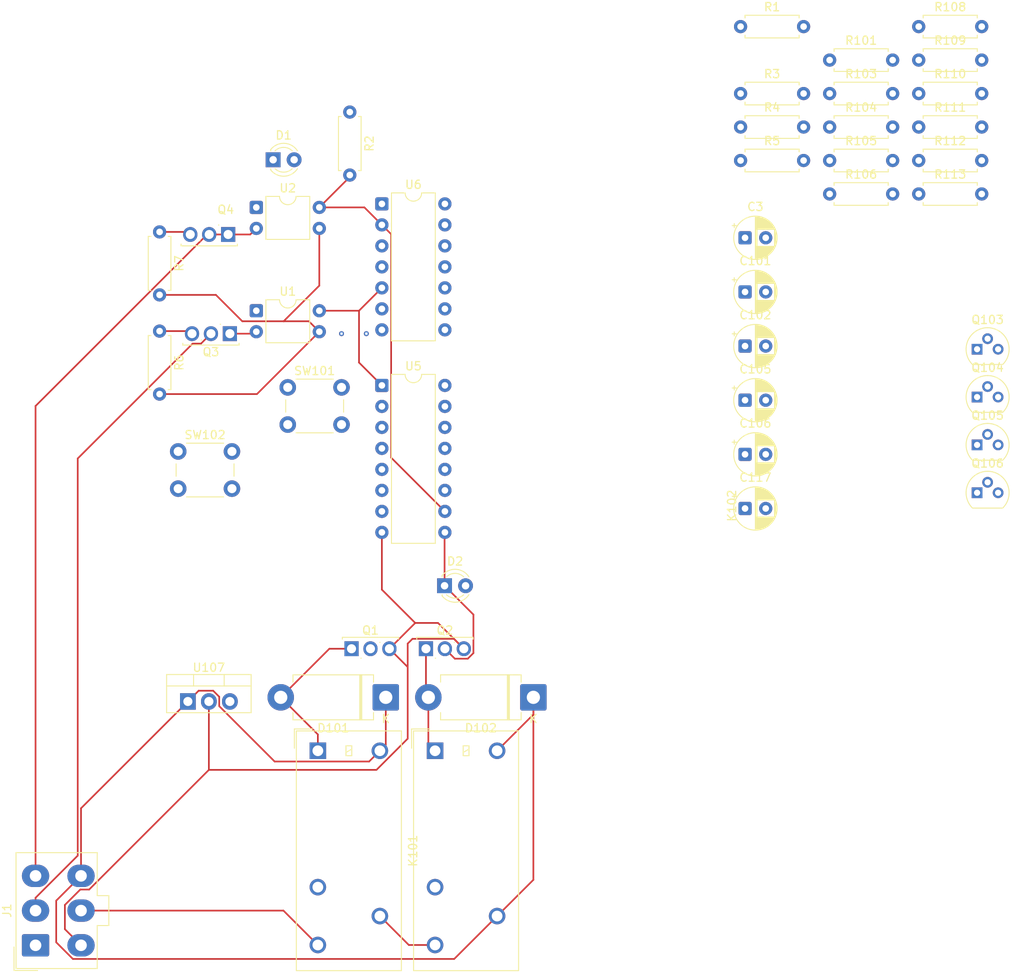
<source format=kicad_pcb>
(kicad_pcb (version 20241229) (generator "pcbnew") (generator_version "9.0")
  (layers (0 "F.Cu" signal) (2 "B.Cu" signal) (13 "F.Paste" user) (15 "B.Paste" user) (5 "F.SilkS" user "F.Silkscreen") (7 "B.SilkS" user "B.Silkscreen") (1 "F.Mask" user) (3 "B.Mask" user) (25 "Edge.Cuts" user))
  (net 0 "")
  (net 1 "GND")
  (net 2 "+5V")
  (net 3 "Net-(Q104-B)")
  (net 4 "Net-(Q103-C)")
  (net 5 "Net-(Q105-C)")
  (net 6 "Net-(Q106-B)")
  (net 7 "+12V")
  (net 8 "Net-(D1-K)")
  (net 9 "Net-(D1-A)")
  (net 10 "Net-(D2-K)")
  (net 11 "Net-(D2-A)")
  (net 12 "Net-(D101-A)")
  (net 13 "Net-(D102-A)")
  (net 14 "/BMS_CSO")
  (net 15 "/IMD_Error")
  (net 17 "/+12_Relay")
  (net 19 "Net-(K101-Pad11)")
  (net 21 "Net-(Q3-S)")
  (net 22 "Net-(Q3-D)")
  (net 23 "Net-(Q4-D)")
  (net 24 "Net-(Q4-S)")
  (net 25 "Net-(Q103-B)")
  (net 26 "/BMS_RESET")
  (net 27 "Net-(Q105-B)")
  (net 28 "/IMD_RESET")
  (net 29 "/BMS_LV")
  (net 30 "/IMD_LV")
  (net 31 "Net-(R103-Pad1)")
  (net 32 "Net-(R104-Pad1)")
  (net 33 "Net-(U5A-~{S}-Pad2)")
  (net 37 "Net-(U5C-~{S}-Pad11)")
  (footprint "Resistor_THT:R_Axial_DIN0207_L6.3mm_D2.5mm_P7.62mm_Horizontal" (layer "F.Cu") (at 202.275113 42.15)
    (property "Reference" "R101" (at 3.81 -2.37 0) (layer "F.SilkS"))
    (property "Value" "2.2k")
    (pad "1" thru_hole circle (at 0 0) (size 1.6 1.6) (drill 0.8) (layers "*.Cu" "*.Mask") (net 7 "+12V"))
    (pad "2" thru_hole circle (at 7.62 0) (size 1.6 1.6) (drill 0.8) (layers "*.Cu" "*.Mask") (net 14 "/BMS_CSO"))
  )
  (footprint "Package_TO_SOT_THT:TO-92" (layer "F.Cu") (at 220.105113 77.13)
    (property "Reference" "Q103" (at 1.27 -3.56 0) (layer "F.SilkS"))
    (property "Value" "Q_NPN_BEC")
    (pad "1" thru_hole rect (at 0 0) (size 1.3 1.3) (drill 0.75) (layers "*.Cu" "*.Mask") (net 25 "Net-(Q103-B)"))
    (pad "2" thru_hole circle (at 1.27 -1.27) (size 1.3 1.3) (drill 0.75) (layers "*.Cu" "*.Mask") (net 1 "GND"))
    (pad "3" thru_hole circle (at 2.54 0) (size 1.3 1.3) (drill 0.75) (layers "*.Cu" "*.Mask") (net 4 "Net-(Q103-C)"))
  )
  (footprint "Relay_THT:Relay_SPDT_Omron_G2RL-1" (layer "F.Cu") (at 140.3875 125.7125)
    (property "Reference" "K101" (at 11.5 12.1 90) (layer "F.SilkS"))
    (property "Value" "Relay_SPDT_Omron_G2RL-1")
    (pad "11" thru_hole circle (at 7.5 20) (size 2 2) (drill 1.3) (layers "*.Cu" "*.Mask") (net 19 "Net-(K101-Pad11)"))
    (pad "12" thru_hole circle (at 0 16.5) (size 2 2) (drill 1.3) (layers "*.Cu" "*.Mask"))
    (pad "14" thru_hole circle (at 0 23.5) (size 2 2) (drill 1.3) (layers "*.Cu" "*.Mask") (net 17 "/+12_Relay"))
    (pad "A1" thru_hole rect (at 0 0) (size 2 2) (drill 1.3) (layers "*.Cu" "*.Mask") (net 12 "Net-(D101-A)"))
    (pad "A2" thru_hole circle (at 7.5 0) (size 2 2) (drill 1.3) (layers "*.Cu" "*.Mask") (net 7 "+12V"))
  )
  (footprint "Resistor_THT:R_Axial_DIN0207_L6.3mm_D2.5mm_P7.62mm_Horizontal" (layer "F.Cu") (at 202.275113 50.25)
    (property "Reference" "R104" (at 3.81 -2.37 0) (layer "F.SilkS"))
    (property "Value" "100k")
    (pad "1" thru_hole circle (at 0 0) (size 1.6 1.6) (drill 0.8) (layers "*.Cu" "*.Mask") (net 32 "Net-(R104-Pad1)"))
    (pad "2" thru_hole circle (at 7.62 0) (size 1.6 1.6) (drill 0.8) (layers "*.Cu" "*.Mask") (net 1 "GND"))
  )
  (footprint "Package_TO_SOT_THT:TO-220-3_Vertical" (layer "F.Cu") (at 124.67 119.75)
    (property "Reference" "U107" (at 2.54 -4.1 0) (layer "F.SilkS"))
    (property "Value" "LM7805_TO220")
    (pad "1" thru_hole rect (at 0 0) (size 1.905 2) (drill 1.1) (layers "*.Cu" "*.Mask") (net 7 "+12V"))
    (pad "2" thru_hole oval (at 2.54 0) (size 1.905 2) (drill 1.1) (layers "*.Cu" "*.Mask") (net 1 "GND"))
    (pad "3" thru_hole oval (at 5.08 0) (size 1.905 2) (drill 1.1) (layers "*.Cu" "*.Mask") (net 2 "+5V"))
  )
  (footprint "Capacitor_THT:CP_Radial_D5.0mm_P2.50mm" (layer "F.Cu") (at 192.044888 96.4)
    (property "Reference" "C117" (at 1.25 -3.75 0) (layer "F.SilkS"))
    (property "Value" "100n")
    (pad "1" thru_hole roundrect (at 0 0) (size 1.6 1.6) (drill 0.8) (layers "*.Cu" "*.Mask") (roundrect_rratio 0.15625) (net 2 "+5V"))
    (pad "2" thru_hole circle (at 2.5 0) (size 1.6 1.6) (drill 0.8) (layers "*.Cu" "*.Mask") (net 1 "GND"))
  )
  (footprint "Resistor_THT:R_Axial_DIN0207_L6.3mm_D2.5mm_P7.62mm_Horizontal" (layer "F.Cu") (at 121.25 74.94 -90)
    (property "Reference" "R6" (at 3.81 -2.37 90) (layer "F.SilkS"))
    (property "Value" "1k")
    (pad "1" thru_hole circle (at 0 0 270) (size 1.6 1.6) (drill 0.8) (layers "*.Cu" "*.Mask") (net 21 "Net-(Q3-S)"))
    (pad "2" thru_hole circle (at 7.62 0 270) (size 1.6 1.6) (drill 0.8) (layers "*.Cu" "*.Mask") (net 1 "GND"))
  )
  (footprint "Resistor_THT:R_Axial_DIN0207_L6.3mm_D2.5mm_P7.62mm_Horizontal" (layer "F.Cu") (at 213.045113 46.2)
    (property "Reference" "R110" (at 3.81 -2.37 0) (layer "F.SilkS"))
    (property "Value" "100k")
    (pad "1" thru_hole circle (at 0 0) (size 1.6 1.6) (drill 0.8) (layers "*.Cu" "*.Mask") (net 2 "+5V"))
    (pad "2" thru_hole circle (at 7.62 0) (size 1.6 1.6) (drill 0.8) (layers "*.Cu" "*.Mask") (net 3 "Net-(Q104-B)"))
  )
  (footprint "Relay_THT:Relay_SPDT_Omron_G2RL-1" (layer "F.Cu") (at 154.5625 125.7125)
    (property "Reference" "K102" (at 35.895113 -29.65 90) (layer "F.SilkS"))
    (property "Value" "Relay_SPDT_Omron_G2RL-1")
    (pad "11" thru_hole circle (at 7.5 20) (size 2 2) (drill 1.3) (layers "*.Cu" "*.Mask") (net 7 "+12V"))
    (pad "12" thru_hole circle (at 0 16.5) (size 2 2) (drill 1.3) (layers "*.Cu" "*.Mask"))
    (pad "14" thru_hole circle (at 0 23.5) (size 2 2) (drill 1.3) (layers "*.Cu" "*.Mask") (net 19 "Net-(K101-Pad11)"))
    (pad "A1" thru_hole rect (at 0 0) (size 2 2) (drill 1.3) (layers "*.Cu" "*.Mask") (net 13 "Net-(D102-A)"))
    (pad "A2" thru_hole circle (at 7.5 0) (size 2 2) (drill 1.3) (layers "*.Cu" "*.Mask") (net 7 "+12V"))
  )
  (footprint "Diode_THT:D_DO-201AD_P12.70mm_Horizontal" (layer "F.Cu") (at 148.6 119.25 180)
    (property "Reference" "D101" (at 6.35 -3.72 0) (layer "F.SilkS"))
    (property "Value" "D_Schottky")
    (fp_text user "K" (at 0 -2.6 0) (layer "F.SilkS"))
    (pad "1" thru_hole roundrect (at 0 0 180) (size 3.2 3.2) (drill 1.6) (layers "*.Cu" "*.Mask") (roundrect_rratio 0.078125) (net 7 "+12V"))
    (pad "2" thru_hole circle (at 12.7 0 180) (size 3.2 3.2) (drill 1.6) (layers "*.Cu" "*.Mask") (net 12 "Net-(D101-A)"))
  )
  (footprint "Resistor_THT:R_Axial_DIN0207_L6.3mm_D2.5mm_P7.62mm_Horizontal" (layer "F.Cu") (at 213.045113 58.35)
    (property "Reference" "R113" (at 3.81 -2.37 0) (layer "F.SilkS"))
    (property "Value" "1k")
    (pad "1" thru_hole circle (at 0 0) (size 1.6 1.6) (drill 0.8) (layers "*.Cu" "*.Mask") (net 2 "+5V"))
    (pad "2" thru_hole circle (at 7.62 0) (size 1.6 1.6) (drill 0.8) (layers "*.Cu" "*.Mask") (net 28 "/IMD_RESET"))
  )
  (footprint "Package_TO_SOT_THT:TO-251-3_Vertical" (layer "F.Cu") (at 129.75 75.25 180)
    (property "Reference" "Q3" (at 2.29 -2.22 0) (layer "F.SilkS"))
    (property "Value" "NMOS")
    (pad "1" thru_hole rect (at 0 0 180) (size 1.7175 1.8) (drill 1.1) (layers "*.Cu" "*.Mask") (net 22 "Net-(Q3-D)"))
    (pad "2" thru_hole oval (at 2.29 0 180) (size 1.7175 1.8) (drill 1.1) (layers "*.Cu" "*.Mask") (net 14 "/BMS_CSO"))
    (pad "3" thru_hole oval (at 4.58 0 180) (size 1.7175 1.8) (drill 1.1) (layers "*.Cu" "*.Mask") (net 21 "Net-(Q3-S)"))
  )
  (footprint "Resistor_THT:R_Axial_DIN0207_L6.3mm_D2.5mm_P7.62mm_Horizontal" (layer "F.Cu") (at 213.045113 38.1)
    (property "Reference" "R108" (at 3.81 -2.37 0) (layer "F.SilkS"))
    (property "Value" "1k")
    (pad "1" thru_hole circle (at 0 0) (size 1.6 1.6) (drill 0.8) (layers "*.Cu" "*.Mask") (net 2 "+5V"))
    (pad "2" thru_hole circle (at 7.62 0) (size 1.6 1.6) (drill 0.8) (layers "*.Cu" "*.Mask") (net 4 "Net-(Q103-C)"))
  )
  (footprint "Resistor_THT:R_Axial_DIN0207_L6.3mm_D2.5mm_P7.62mm_Horizontal" (layer "F.Cu") (at 213.045113 50.25)
    (property "Reference" "R111" (at 3.81 -2.37 0) (layer "F.SilkS"))
    (property "Value" "1k")
    (pad "1" thru_hole circle (at 0 0) (size 1.6 1.6) (drill 0.8) (layers "*.Cu" "*.Mask") (net 2 "+5V"))
    (pad "2" thru_hole circle (at 7.62 0) (size 1.6 1.6) (drill 0.8) (layers "*.Cu" "*.Mask") (net 26 "/BMS_RESET"))
  )
  (footprint "Connector_Molex:Molex_Mini-Fit_Jr_5566-06A_2x03_P4.20mm_Vertical" (layer "F.Cu") (at 106.25 149.25 90)
    (property "Reference" "J1" (at 4.2 -3.45 90) (layer "F.SilkS"))
    (property "Value" "Molex6pin")
    (pad "1" thru_hole roundrect (at 0 0 90) (size 2.7 3.3) (drill 1.4) (layers "*.Cu" "*.Mask") (roundrect_rratio 0.092593))
    (pad "2" thru_hole oval (at 4.2 0 90) (size 2.7 3.3) (drill 1.4) (layers "*.Cu" "*.Mask") (net 14 "/BMS_CSO"))
    (pad "3" thru_hole oval (at 8.4 0 90) (size 2.7 3.3) (drill 1.4) (layers "*.Cu" "*.Mask") (net 15 "/IMD_Error"))
    (pad "4" thru_hole oval (at 0 5.5 90) (size 2.7 3.3) (drill 1.4) (layers "*.Cu" "*.Mask") (net 1 "GND"))
    (pad "5" thru_hole oval (at 4.2 5.5 90) (size 2.7 3.3) (drill 1.4) (layers "*.Cu" "*.Mask") (net 17 "/+12_Relay"))
    (pad "6" thru_hole oval (at 8.4 5.5 90) (size 2.7 3.3) (drill 1.4) (layers "*.Cu" "*.Mask") (net 7 "+12V"))
  )
  (footprint "Resistor_THT:R_Axial_DIN0207_L6.3mm_D2.5mm_P7.62mm_Horizontal" (layer "F.Cu") (at 144.25 48.44 -90)
    (property "Reference" "R2" (at 3.81 -2.37 90) (layer "F.SilkS"))
    (property "Value" "10k")
    (pad "1" thru_hole circle (at 0 0 270) (size 1.6 1.6) (drill 0.8) (layers "*.Cu" "*.Mask") (net 2 "+5V"))
    (pad "2" thru_hole circle (at 7.62 0 270) (size 1.6 1.6) (drill 0.8) (layers "*.Cu" "*.Mask") (net 30 "/IMD_LV"))
  )
  (footprint "Resistor_THT:R_Axial_DIN0207_L6.3mm_D2.5mm_P7.62mm_Horizontal" (layer "F.Cu") (at 191.505113 54.3)
    (property "Reference" "R5" (at 3.81 -2.37 0) (layer "F.SilkS"))
    (property "Value" "2.2k")
    (pad "1" thru_hole circle (at 0 0) (size 1.6 1.6) (drill 0.8) (layers "*.Cu" "*.Mask") (net 15 "/IMD_Error"))
    (pad "2" thru_hole circle (at 7.62 0) (size 1.6 1.6) (drill 0.8) (layers "*.Cu" "*.Mask") (net 1 "GND"))
  )
  (footprint "Button_Switch_THT:SW_PUSH_6mm_H4.3mm" (layer "F.Cu") (at 136.75 81.75)
    (property "Reference" "SW101" (at 3.25 -2 0) (layer "F.SilkS"))
    (property "Value" "SW_Omron_B3FS")
    (pad "1" thru_hole circle (at 0 0 90) (size 2 2) (drill 1.1) (layers "*.Cu" "*.Mask") (net 31 "Net-(R103-Pad1)"))
    (pad "1" thru_hole circle (at 6.5 0 90) (size 2 2) (drill 1.1) (layers "*.Cu" "*.Mask") (net 31 "Net-(R103-Pad1)"))
    (pad "2" thru_hole circle (at 0 4.5 90) (size 2 2) (drill 1.1) (layers "*.Cu" "*.Mask") (net 2 "+5V"))
    (pad "2" thru_hole circle (at 6.5 4.5 90) (size 2 2) (drill 1.1) (layers "*.Cu" "*.Mask") (net 2 "+5V"))
  )
  (footprint "Package_DIP:DIP-16_W7.62mm" (layer "F.Cu") (at 148.13 81.51)
    (property "Reference" "U5" (at 3.81 -2.33 0) (layer "F.SilkS"))
    (property "Value" "74LS279")
    (pad "1" thru_hole roundrect (at 0 0) (size 1.6 1.6) (drill 0.8) (layers "*.Cu" "*.Mask") (roundrect_rratio 0.15625) (net 29 "/BMS_LV"))
    (pad "2" thru_hole circle (at 0 2.54) (size 1.6 1.6) (drill 0.8) (layers "*.Cu" "*.Mask") (net 33 "Net-(U5A-~{S}-Pad2)"))
    (pad "3" thru_hole circle (at 0 5.08) (size 1.6 1.6) (drill 0.8) (layers "*.Cu" "*.Mask") (net 33 "Net-(U5A-~{S}-Pad2)"))
    (pad "4" thru_hole circle (at 0 7.62) (size 1.6 1.6) (drill 0.8) (layers "*.Cu" "*.Mask") (net 8 "Net-(D1-K)"))
    (pad "5" thru_hole circle (at 0 10.16) (size 1.6 1.6) (drill 0.8) (layers "*.Cu" "*.Mask"))
    (pad "6" thru_hole circle (at 0 12.7) (size 1.6 1.6) (drill 0.8) (layers "*.Cu" "*.Mask"))
    (pad "7" thru_hole circle (at 0 15.24) (size 1.6 1.6) (drill 0.8) (layers "*.Cu" "*.Mask"))
    (pad "8" thru_hole circle (at 0 17.78) (size 1.6 1.6) (drill 0.8) (layers "*.Cu" "*.Mask") (net 1 "GND"))
    (pad "9" thru_hole circle (at 7.62 17.78) (size 1.6 1.6) (drill 0.8) (layers "*.Cu" "*.Mask") (net 10 "Net-(D2-K)"))
    (pad "10" thru_hole circle (at 7.62 15.24) (size 1.6 1.6) (drill 0.8) (layers "*.Cu" "*.Mask") (net 30 "/IMD_LV"))
    (pad "11" thru_hole circle (at 7.62 12.7) (size 1.6 1.6) (drill 0.8) (layers "*.Cu" "*.Mask") (net 37 "Net-(U5C-~{S}-Pad11)"))
    (pad "12" thru_hole circle (at 7.62 10.16) (size 1.6 1.6) (drill 0.8) (layers "*.Cu" "*.Mask") (net 37 "Net-(U5C-~{S}-Pad11)"))
    (pad "13" thru_hole circle (at 7.62 7.62) (size 1.6 1.6) (drill 0.8) (layers "*.Cu" "*.Mask"))
    (pad "14" thru_hole circle (at 7.62 5.08) (size 1.6 1.6) (drill 0.8) (layers "*.Cu" "*.Mask"))
    (pad "15" thru_hole circle (at 7.62 2.54) (size 1.6 1.6) (drill 0.8) (layers "*.Cu" "*.Mask"))
    (pad "16" thru_hole circle (at 7.62 0) (size 1.6 1.6) (drill 0.8) (layers "*.Cu" "*.Mask") (net 2 "+5V"))
  )
  (footprint "Resistor_THT:R_Axial_DIN0207_L6.3mm_D2.5mm_P7.62mm_Horizontal" (layer "F.Cu") (at 202.275113 46.2)
    (property "Reference" "R103" (at 3.81 -2.37 0) (layer "F.SilkS"))
    (property "Value" "100k")
    (pad "1" thru_hole circle (at 0 0) (size 1.6 1.6) (drill 0.8) (layers "*.Cu" "*.Mask") (net 31 "Net-(R103-Pad1)"))
    (pad "2" thru_hole circle (at 7.62 0) (size 1.6 1.6) (drill 0.8) (layers "*.Cu" "*.Mask") (net 1 "GND"))
  )
  (footprint "Package_TO_SOT_THT:TO-92" (layer "F.Cu") (at 220.105113 88.71)
    (property "Reference" "Q105" (at 1.27 -3.56 0) (layer "F.SilkS"))
    (property "Value" "Q_NPN_BEC")
    (pad "1" thru_hole rect (at 0 0) (size 1.3 1.3) (drill 0.75) (layers "*.Cu" "*.Mask") (net 27 "Net-(Q105-B)"))
    (pad "2" thru_hole circle (at 1.27 -1.27) (size 1.3 1.3) (drill 0.75) (layers "*.Cu" "*.Mask") (net 1 "GND"))
    (pad "3" thru_hole circle (at 2.54 0) (size 1.3 1.3) (drill 0.75) (layers "*.Cu" "*.Mask") (net 5 "Net-(Q105-C)"))
  )
  (footprint "Resistor_THT:R_Axial_DIN0207_L6.3mm_D2.5mm_P7.62mm_Horizontal" (layer "F.Cu") (at 121.25 62.94 -90)
    (property "Reference" "R7" (at 3.81 -2.37 90) (layer "F.SilkS"))
    (property "Value" "1k")
    (pad "1" thru_hole circle (at 0 0 270) (size 1.6 1.6) (drill 0.8) (layers "*.Cu" "*.Mask") (net 24 "Net-(Q4-S)"))
    (pad "2" thru_hole circle (at 7.62 0 270) (size 1.6 1.6) (drill 0.8) (layers "*.Cu" "*.Mask") (net 1 "GND"))
  )
  (footprint "Resistor_THT:R_Axial_DIN0207_L6.3mm_D2.5mm_P7.62mm_Horizontal" (layer "F.Cu") (at 202.275113 58.35)
    (property "Reference" "R106" (at 3.81 -2.37 0) (layer "F.SilkS"))
    (property "Value" "10k")
    (pad "1" thru_hole circle (at 0 0) (size 1.6 1.6) (drill 0.8) (layers "*.Cu" "*.Mask") (net 27 "Net-(Q105-B)"))
    (pad "2" thru_hole circle (at 7.62 0) (size 1.6 1.6) (drill 0.8) (layers "*.Cu" "*.Mask") (net 32 "Net-(R104-Pad1)"))
  )
  (footprint "LED_THT:LED_D3.0mm" (layer "F.Cu") (at 134.98 54.21)
    (property "Reference" "D1" (at 1.27 -2.96 0) (layer "F.SilkS"))
    (property "Value" "LED")
    (pad "1" thru_hole rect (at 0 0) (size 1.8 1.8) (drill 0.9) (layers "*.Cu" "*.Mask") (net 8 "Net-(D1-K)"))
    (pad "2" thru_hole circle (at 2.54 0) (size 1.8 1.8) (drill 0.9) (layers "*.Cu" "*.Mask") (net 9 "Net-(D1-A)"))
  )
  (footprint "Package_TO_SOT_THT:TO-251-3_Vertical" (layer "F.Cu") (at 153.46 113.37)
    (property "Reference" "Q2" (at 2.29 -2.22 0) (layer "F.SilkS"))
    (property "Value" "NMOS")
    (pad "1" thru_hole rect (at 0 0) (size 1.7175 1.8) (drill 1.1) (layers "*.Cu" "*.Mask") (net 13 "Net-(D102-A)"))
    (pad "2" thru_hole oval (at 2.29 0) (size 1.7175 1.8) (drill 1.1) (layers "*.Cu" "*.Mask") (net 10 "Net-(D2-K)"))
    (pad "3" thru_hole oval (at 4.58 0) (size 1.7175 1.8) (drill 1.1) (layers "*.Cu" "*.Mask") (net 1 "GND"))
  )
  (footprint "Package_DIP:DIP-14_W7.62mm" (layer "F.Cu") (at 148.13 59.55)
    (property "Reference" "U6" (at 3.81 -2.33 0) (layer "F.SilkS"))
    (property "Value" "74HC00")
    (pad "1" thru_hole roundrect (at 0 0) (size 1.6 1.6) (drill 0.8) (layers "*.Cu" "*.Mask") (roundrect_rratio 0.15625) (net 28 "/IMD_RESET"))
    (pad "2" thru_hole circle (at 0 2.54) (size 1.6 1.6) (drill 0.8) (layers "*.Cu" "*.Mask") (net 30 "/IMD_LV"))
    (pad "3" thru_hole circle (at 0 5.08) (size 1.6 1.6) (drill 0.8) (layers "*.Cu" "*.Mask") (net 37 "Net-(U5C-~{S}-Pad11)"))
    (pad "4" thru_hole circle (at 0 7.62) (size 1.6 1.6) (drill 0.8) (layers "*.Cu" "*.Mask") (net 26 "/BMS_RESET"))
    (pad "5" thru_hole circle (at 0 10.16) (size 1.6 1.6) (drill 0.8) (layers "*.Cu" "*.Mask") (net 29 "/BMS_LV"))
    (pad "6" thru_hole circle (at 0 12.7) (size 1.6 1.6) (drill 0.8) (layers "*.Cu" "*.Mask") (net 33 "Net-(U5A-~{S}-Pad2)"))
    (pad "7" thru_hole circle (at 0 15.24) (size 1.6 1.6) (drill 0.8) (layers "*.Cu" "*.Mask") (net 1 "GND"))
    (pad "8" thru_hole circle (at 7.62 15.24) (size 1.6 1.6) (drill 0.8) (layers "*.Cu" "*.Mask"))
    (pad "9" thru_hole circle (at 7.62 12.7) (size 1.6 1.6) (drill 0.8) (layers "*.Cu" "*.Mask"))
    (pad "10" thru_hole circle (at 7.62 10.16) (size 1.6 1.6) (drill 0.8) (layers "*.Cu" "*.Mask"))
    (pad "11" thru_hole circle (at 7.62 7.62) (size 1.6 1.6) (drill 0.8) (layers "*.Cu" "*.Mask"))
    (pad "12" thru_hole circle (at 7.62 5.08) (size 1.6 1.6) (drill 0.8) (layers "*.Cu" "*.Mask"))
    (pad "13" thru_hole circle (at 7.62 2.54) (size 1.6 1.6) (drill 0.8) (layers "*.Cu" "*.Mask"))
    (pad "14" thru_hole circle (at 7.62 0) (size 1.6 1.6) (drill 0.8) (layers "*.Cu" "*.Mask") (net 2 "+5V"))
  )
  (footprint "Resistor_THT:R_Axial_DIN0207_L6.3mm_D2.5mm_P7.62mm_Horizontal" (layer "F.Cu") (at 191.505113 50.25)
    (property "Reference" "R4" (at 3.81 -2.37 0) (layer "F.SilkS"))
    (property "Value" "270")
    (pad "1" thru_hole circle (at 0 0) (size 1.6 1.6) (drill 0.8) (layers "*.Cu" "*.Mask") (net 2 "+5V"))
    (pad "2" thru_hole circle (at 7.62 0) (size 1.6 1.6) (drill 0.8) (layers "*.Cu" "*.Mask") (net 11 "Net-(D2-A)"))
  )
  (footprint "Package_TO_SOT_THT:TO-92" (layer "F.Cu") (at 220.105113 94.5)
    (property "Reference" "Q106" (at 1.27 -3.56 0) (layer "F.SilkS"))
    (property "Value" "Q_NPN_BEC")
    (pad "1" thru_hole rect (at 0 0) (size 1.3 1.3) (drill 0.75) (layers "*.Cu" "*.Mask") (net 6 "Net-(Q106-B)"))
    (pad "2" thru_hole circle (at 1.27 -1.27) (size 1.3 1.3) (drill 0.75) (layers "*.Cu" "*.Mask") (net 1 "GND"))
    (pad "3" thru_hole circle (at 2.54 0) (size 1.3 1.3) (drill 0.75) (layers "*.Cu" "*.Mask") (net 28 "/IMD_RESET"))
  )
  (footprint "Capacitor_THT:CP_Radial_D5.0mm_P2.50mm" (layer "F.Cu") (at 192.044888 83.3)
    (property "Reference" "C105" (at 1.25 -3.75 0) (layer "F.SilkS"))
    (property "Value" "0.33u")
    (pad "1" thru_hole roundrect (at 0 0) (size 1.6 1.6) (drill 0.8) (layers "*.Cu" "*.Mask") (roundrect_rratio 0.15625) (net 7 "+12V"))
    (pad "2" thru_hole circle (at 2.5 0) (size 1.6 1.6) (drill 0.8) (layers "*.Cu" "*.Mask") (net 1 "GND"))
  )
  (footprint "Resistor_THT:R_Axial_DIN0207_L6.3mm_D2.5mm_P7.62mm_Horizontal" (layer "F.Cu") (at 202.275113 54.3)
    (property "Reference" "R105" (at 3.81 -2.37 0) (layer "F.SilkS"))
    (property "Value" "10k")
    (pad "1" thru_hole circle (at 0 0) (size 1.6 1.6) (drill 0.8) (layers "*.Cu" "*.Mask") (net 25 "Net-(Q103-B)"))
    (pad "2" thru_hole circle (at 7.62 0) (size 1.6 1.6) (drill 0.8) (layers "*.Cu" "*.Mask") (net 31 "Net-(R103-Pad1)"))
  )
  (footprint "Capacitor_THT:CP_Radial_D5.0mm_P2.50mm" (layer "F.Cu") (at 192.044888 63.65)
    (property "Reference" "C3" (at 1.25 -3.75 0) (layer "F.SilkS"))
    (property "Value" "100n")
    (pad "1" thru_hole roundrect (at 0 0) (size 1.6 1.6) (drill 0.8) (layers "*.Cu" "*.Mask") (roundrect_rratio 0.15625) (net 2 "+5V"))
    (pad "2" thru_hole circle (at 2.5 0) (size 1.6 1.6) (drill 0.8) (layers "*.Cu" "*.Mask") (net 1 "GND"))
  )
  (footprint "Package_TO_SOT_THT:TO-251-3_Vertical" (layer "F.Cu") (at 129.54 63.25 180)
    (property "Reference" "Q4" (at 0.29 3 0) (layer "F.SilkS"))
    (property "Value" "NMOS")
    (pad "1" thru_hole rect (at 0 0 180) (size 1.7175 1.8) (drill 1.1) (layers "*.Cu" "*.Mask") (net 23 "Net-(Q4-D)"))
    (pad "2" thru_hole oval (at 2.29 0 180) (size 1.7175 1.8) (drill 1.1) (layers "*.Cu" "*.Mask") (net 15 "/IMD_Error"))
    (pad "3" thru_hole oval (at 4.58 0 180) (size 1.7175 1.8) (drill 1.1) (layers "*.Cu" "*.Mask") (net 24 "Net-(Q4-S)"))
  )
  (footprint "Package_DIP:DIP-4_W7.62mm" (layer "F.Cu") (at 132.945 59.975)
    (property "Reference" "U2" (at 3.81 -2.33 0) (layer "F.SilkS"))
    (property "Value" "SFH617A-1")
    (pad "1" thru_hole roundrect (at 0 0) (size 1.6 1.6) (drill 0.8) (layers "*.Cu" "*.Mask") (roundrect_rratio 0.15625) (net 7 "+12V"))
    (pad "2" thru_hole circle (at 0 2.54) (size 1.6 1.6) (drill 0.8) (layers "*.Cu" "*.Mask") (net 23 "Net-(Q4-D)"))
    (pad "3" thru_hole circle (at 7.62 2.54) (size 1.6 1.6) (drill 0.8) (layers "*.Cu" "*.Mask") (net 1 "GND"))
    (pad "4" thru_hole circle (at 7.62 0) (size 1.6 1.6) (drill 0.8) (layers "*.Cu" "*.Mask") (net 30 "/IMD_LV"))
  )
  (footprint "Capacitor_THT:CP_Radial_D5.0mm_P2.50mm" (layer "F.Cu") (at 192.044888 70.2)
    (property "Reference" "C101" (at 1.25 -3.75 0) (layer "F.SilkS"))
    (property "Value" "0.01u")
    (pad "1" thru_hole roundrect (at 0 0) (size 1.6 1.6) (drill 0.8) (layers "*.Cu" "*.Mask") (roundrect_rratio 0.15625) (net 4 "Net-(Q103-C)"))
    (pad "2" thru_hole circle (at 2.5 0) (size 1.6 1.6) (drill 0.8) (layers "*.Cu" "*.Mask") (net 3 "Net-(Q104-B)"))
  )
  (footprint "LED_THT:LED_D3.0mm" (layer "F.Cu") (at 155.71 105.75)
    (property "Reference" "D2" (at 1.27 -2.96 0) (layer "F.SilkS"))
    (property "Value" "LED")
    (pad "1" thru_hole rect (at 0 0) (size 1.8 1.8) (drill 0.9) (layers "*.Cu" "*.Mask") (net 10 "Net-(D2-K)"))
    (pad "2" thru_hole circle (at 2.54 0) (size 1.8 1.8) (drill 0.9) (layers "*.Cu" "*.Mask") (net 11 "Net-(D2-A)"))
  )
  (footprint "Resistor_THT:R_Axial_DIN0207_L6.3mm_D2.5mm_P7.62mm_Horizontal" (layer "F.Cu") (at 213.045113 54.3)
    (property "Reference" "R112" (at 3.81 -2.37 0) (layer "F.SilkS"))
    (property "Value" "100k")
    (pad "1" thru_hole circle (at 0 0) (size 1.6 1.6) (drill 0.8) (layers "*.Cu" "*.Mask") (net 2 "+5V"))
    (pad "2" thru_hole circle (at 7.62 0) (size 1.6 1.6) (drill 0.8) (layers "*.Cu" "*.Mask") (net 6 "Net-(Q106-B)"))
  )
  (footprint "Resistor_THT:R_Axial_DIN0207_L6.3mm_D2.5mm_P7.62mm_Horizontal" (layer "F.Cu") (at 191.505113 46.2)
    (property "Reference" "R3" (at 3.81 -2.37 0) (layer "F.SilkS"))
    (property "Value" "270")
    (pad "1" thru_hole circle (at 0 0) (size 1.6 1.6) (drill 0.8) (layers "*.Cu" "*.Mask") (net 2 "+5V"))
    (pad "2" thru_hole circle (at 7.62 0) (size 1.6 1.6) (drill 0.8) (layers "*.Cu" "*.Mask") (net 9 "Net-(D1-A)"))
  )
  (footprint "Capacitor_THT:CP_Radial_D5.0mm_P2.50mm" (layer "F.Cu") (at 192.044888 76.75)
    (property "Reference" "C102" (at 1.25 -3.75 0) (layer "F.SilkS"))
    (property "Value" "0.01u")
    (pad "1" thru_hole roundrect (at 0 0) (size 1.6 1.6) (drill 0.8) (layers "*.Cu" "*.Mask") (roundrect_rratio 0.15625) (net 5 "Net-(Q105-C)"))
    (pad "2" thru_hole circle (at 2.5 0) (size 1.6 1.6) (drill 0.8) (layers "*.Cu" "*.Mask") (net 6 "Net-(Q106-B)"))
  )
  (footprint "Diode_THT:D_DO-201AD_P12.70mm_Horizontal" (layer "F.Cu") (at 166.45 119.25 180)
    (property "Reference" "D102" (at 6.35 -3.72 0) (layer "F.SilkS"))
    (property "Value" "D_Schottky")
    (fp_text user "K" (at 0 -2.6 0) (layer "F.SilkS"))
    (pad "1" thru_hole roundrect (at 0 0 180) (size 3.2 3.2) (drill 1.6) (layers "*.Cu" "*.Mask") (roundrect_rratio 0.078125) (net 7 "+12V"))
    (pad "2" thru_hole circle (at 12.7 0 180) (size 3.2 3.2) (drill 1.6) (layers "*.Cu" "*.Mask") (net 13 "Net-(D102-A)"))
  )
  (footprint "Package_DIP:DIP-4_W7.62mm" (layer "F.Cu") (at 132.945 72.475)
    (property "Reference" "U1" (at 3.81 -2.33 0) (layer "F.SilkS"))
    (property "Value" "SFH617A-1")
    (pad "1" thru_hole roundrect (at 0 0) (size 1.6 1.6) (drill 0.8) (layers "*.Cu" "*.Mask") (roundrect_rratio 0.15625) (net 7 "+12V"))
    (pad "2" thru_hole circle (at 0 2.54) (size 1.6 1.6) (drill 0.8) (layers "*.Cu" "*.Mask") (net 22 "Net-(Q3-D)"))
    (pad "3" thru_hole circle (at 7.62 2.54) (size 1.6 1.6) (drill 0.8) (layers "*.Cu" "*.Mask") (net 1 "GND"))
    (pad "4" thru_hole circle (at 7.62 0) (size 1.6 1.6) (drill 0.8) (layers "*.Cu" "*.Mask") (net 29 "/BMS_LV"))
  )
  (footprint "Button_Switch_THT:SW_PUSH_6mm_H4.3mm" (layer "F.Cu") (at 123.5 89.5)
    (property "Reference" "SW102" (at 3.25 -2 0) (layer "F.SilkS"))
    (property "Value" "SW_Omron_B3FS")
    (pad "1" thru_hole circle (at 0 0 90) (size 2 2) (drill 1.1) (layers "*.Cu" "*.Mask") (net 32 "Net-(R104-Pad1)"))
    (pad "1" thru_hole circle (at 6.5 0 90) (size 2 2) (drill 1.1) (layers "*.Cu" "*.Mask") (net 32 "Net-(R104-Pad1)"))
    (pad "2" thru_hole circle (at 0 4.5 90) (size 2 2) (drill 1.1) (layers "*.Cu" "*.Mask") (net 2 "+5V"))
    (pad "2" thru_hole circle (at 6.5 4.5 90) (size 2 2) (drill 1.1) (layers "*.Cu" "*.Mask") (net 2 "+5V"))
  )
  (footprint "Resistor_THT:R_Axial_DIN0207_L6.3mm_D2.5mm_P7.62mm_Horizontal" (layer "F.Cu") (at 213.045113 42.15)
    (property "Reference" "R109" (at 3.81 -2.37 0) (layer "F.SilkS"))
    (property "Value" "1k")
    (pad "1" thru_hole circle (at 0 0) (size 1.6 1.6) (drill 0.8) (layers "*.Cu" "*.Mask") (net 2 "+5V"))
    (pad "2" thru_hole circle (at 7.62 0) (size 1.6 1.6) (drill 0.8) (layers "*.Cu" "*.Mask") (net 5 "Net-(Q105-C)"))
  )
  (footprint "Resistor_THT:R_Axial_DIN0207_L6.3mm_D2.5mm_P7.62mm_Horizontal" (layer "F.Cu") (at 191.505113 38.1)
    (property "Reference" "R1" (at 3.81 -2.37 0) (layer "F.SilkS"))
    (property "Value" "10k")
    (pad "1" thru_hole circle (at 0 0) (size 1.6 1.6) (drill 0.8) (layers "*.Cu" "*.Mask") (net 2 "+5V"))
    (pad "2" thru_hole circle (at 7.62 0) (size 1.6 1.6) (drill 0.8) (layers "*.Cu" "*.Mask") (net 29 "/BMS_LV"))
  )
  (footprint "Package_TO_SOT_THT:TO-92" (layer "F.Cu") (at 220.105113 82.92)
    (property "Reference" "Q104" (at 1.27 -3.56 0) (layer "F.SilkS"))
    (property "Value" "Q_NPN_BEC")
    (pad "1" thru_hole rect (at 0 0) (size 1.3 1.3) (drill 0.75) (layers "*.Cu" "*.Mask") (net 3 "Net-(Q104-B)"))
    (pad "2" thru_hole circle (at 1.27 -1.27) (size 1.3 1.3) (drill 0.75) (layers "*.Cu" "*.Mask") (net 1 "GND"))
    (pad "3" thru_hole circle (at 2.54 0) (size 1.3 1.3) (drill 0.75) (layers "*.Cu" "*.Mask") (net 26 "/BMS_RESET"))
  )
  (footprint "Package_TO_SOT_THT:TO-251-3_Vertical" (layer "F.Cu") (at 144.46 113.37)
    (property "Reference" "Q1" (at 2.29 -2.22 0) (layer "F.SilkS"))
    (property "Value" "NMOS")
    (pad "1" thru_hole rect (at 0 0) (size 1.7175 1.8) (drill 1.1) (layers "*.Cu" "*.Mask") (net 12 "Net-(D101-A)"))
    (pad "2" thru_hole oval (at 2.29 0) (size 1.7175 1.8) (drill 1.1) (layers "*.Cu" "*.Mask") (net 8 "Net-(D1-K)"))
    (pad "3" thru_hole oval (at 4.58 0) (size 1.7175 1.8) (drill 1.1) (layers "*.Cu" "*.Mask") (net 1 "GND"))
  )
  (footprint "Capacitor_THT:CP_Radial_D5.0mm_P2.50mm" (layer "F.Cu") (at 192.044888 89.85)
    (property "Reference" "C106" (at 1.25 -3.75 0) (layer "F.SilkS"))
    (property "Value" "0.01u")
    (pad "1" thru_hole roundrect (at 0 0) (size 1.6 1.6) (drill 0.8) (layers "*.Cu" "*.Mask") (roundrect_rratio 0.15625) (net 2 "+5V"))
    (pad "2" thru_hole circle (at 2.5 0) (size 1.6 1.6) (drill 0.8) (layers "*.Cu" "*.Mask") (net 1 "GND"))
  )
  (via (at 143.25 75.25) (size 0.6) (drill 0.3) (layers "F.Cu" "B.Cu") (net 0))
  (via (at 146.25 75.25) (size 0.6) (drill 0.3) (layers "F.Cu" "B.Cu") (net 0))
  (segment (start 111.75 149.25) (end 109.799 147.299) (width 0.2) (layer "F.Cu") (net 1))
  (segment (start 152.16 110.25) (end 154.92 110.25) (width 0.2) (layer "F.Cu") (net 1))
  (segment (start 127.21 128.024867) (end 127.21 119.75) (width 0.2) (layer "F.Cu") (net 1))
  (segment (start 151.25 115.58) (end 149.04 113.37) (width 0.2) (layer "F.Cu") (net 1))
  (segment (start 111.664133 142.501) (end 112.733867 142.501) (width 0.2) (layer "F.Cu") (net 1))
  (segment (start 151.25 124.25) (end 151.25 115.58) (width 0.2) (layer "F.Cu") (net 1))
  (segment (start 121.25 70.56) (end 128.06 70.56) (width 0.2) (layer "F.Cu") (net 1))
  (segment (start 151.25 112.75) (end 151.831 112.169) (width 0.2) (layer "F.Cu") (net 1))
  (segment (start 112.733867 142.501) (end 127.21 128.024867) (width 0.2) (layer "F.Cu") (net 1))
  (segment (start 139.3 73.75) (end 140.565 75.015) (width 0.2) (layer "F.Cu") (net 1))
  (segment (start 109.799 144.366133) (end 111.664133 142.501) (width 0.2) (layer "F.Cu") (net 1))
  (segment (start 109.799 147.299) (end 109.799 144.366133) (width 0.2) (layer "F.Cu") (net 1))
  (segment (start 156.839 112.169) (end 158.04 113.37) (width 0.2) (layer "F.Cu") (net 1))
  (segment (start 147.475133 128.024867) (end 151.25 124.25) (width 0.2) (layer "F.Cu") (net 1))
  (segment (start 149.04 113.37) (end 152.16 110.25) (width 0.2) (layer "F.Cu") (net 1))
  (segment (start 148.13 106.22) (end 152.16 110.25) (width 0.2) (layer "F.Cu") (net 1))
  (segment (start 140.565 75.015) (end 133.02 82.56) (width 0.2) (layer "F.Cu") (net 1))
  (segment (start 136.25 73.75) (end 139.3 73.75) (width 0.2) (layer "F.Cu") (net 1))
  (segment (start 154.92 110.25) (end 158.04 113.37) (width 0.2) (layer "F.Cu") (net 1))
  (segment (start 151.831 112.169) (end 156.839 112.169) (width 0.2) (layer "F.Cu") (net 1))
  (segment (start 140.565 69.435) (end 140.565 62.515) (width 0.2) (layer "F.Cu") (net 1))
  (segment (start 133.02 82.56) (end 121.25 82.56) (width 0.2) (layer "F.Cu") (net 1))
  (segment (start 128.06 70.56) (end 131.25 73.75) (width 0.2) (layer "F.Cu") (net 1))
  (segment (start 136.25 73.75) (end 140.565 69.435) (width 0.2) (layer "F.Cu") (net 1))
  (segment (start 127.21 128.024867) (end 147.475133 128.024867) (width 0.2) (layer "F.Cu") (net 1))
  (segment (start 148.13 99.29) (end 148.13 106.22) (width 0.2) (layer "F.Cu") (net 1))
  (segment (start 151.25 115.58) (end 151.25 112.75) (width 0.2) (layer "F.Cu") (net 1))
  (segment (start 131.25 73.75) (end 136.25 73.75) (width 0.2) (layer "F.Cu") (net 1))
  (segment (start 156.874 150.901) (end 162.0625 145.7125) (width 0.2) (layer "F.Cu") (net 7))
  (segment (start 128.4635 119.183283) (end 127.729217 118.449) (width 0.2) (layer "F.Cu") (net 7))
  (segment (start 108.75 148.884867) (end 110.766133 150.901) (width 0.2) (layer "F.Cu") (net 7))
  (segment (start 108.75 143.85) (end 108.75 148.884867) (width 0.2) (layer "F.Cu") (net 7))
  (segment (start 128.4635 120.316717) (end 128.4635 119.183283) (width 0.2) (layer "F.Cu") (net 7))
  (segment (start 135.160283 127.0135) (end 128.4635 120.316717) (width 0.2) (layer "F.Cu") (net 7))
  (segment (start 146.5865 127.0135) (end 135.160283 127.0135) (width 0.2) (layer "F.Cu") (net 7))
  (segment (start 148.6 125) (end 147.8875 125.7125) (width 0.2) (layer "F.Cu") (net 7))
  (segment (start 127.729217 118.449) (end 125.971 118.449) (width 0.2) (layer "F.Cu") (net 7))
  (segment (start 111.75 140.85) (end 108.75 143.85) (width 0.2) (layer "F.Cu") (net 7))
  (segment (start 147.8875 125.7125) (end 146.5865 127.0135) (width 0.2) (layer "F.Cu") (net 7))
  (segment (start 166.45 141.325) (end 162.0625 145.7125) (width 0.2) (layer "F.Cu") (net 7))
  (segment (start 166.45 119.25) (end 166.45 121.325) (width 0.2) (layer "F.Cu") (net 7))
  (segment (start 111.75 140.85) (end 111.75 132.67) (width 0.2) (layer "F.Cu") (net 7))
  (segment (start 110.766133 150.901) (end 156.874 150.901) (width 0.2) (layer "F.Cu") (net 7))
  (segment (start 125.971 118.449) (end 124.67 119.75) (width 0.2) (layer "F.Cu") (net 7))
  (segment (start 148.6 119.25) (end 148.6 125) (width 0.2) (layer "F.Cu") (net 7))
  (segment (start 111.75 132.67) (end 124.67 119.75) (width 0.2) (layer "F.Cu") (net 7))
  (segment (start 166.45 121.325) (end 162.0625 125.7125) (width 0.2) (layer "F.Cu") (net 7))
  (segment (start 166.45 119.25) (end 166.45 141.325) (width 0.2) (layer "F.Cu") (net 7))
  (segment (start 156.951 114.571) (end 158.520384 114.571) (width 0.2) (layer "F.Cu") (net 10))
  (segment (start 159.19975 113.891634) (end 159.19975 109.23975) (width 0.2) (layer "F.Cu") (net 10))
  (segment (start 155.71 105.75) (end 155.71 99.33) (width 0.2) (layer "F.Cu") (net 10))
  (segment (start 155.75 113.37) (end 156.951 114.571) (width 0.2) (layer "F.Cu") (net 10))
  (segment (start 159.19975 109.23975) (end 155.71 105.75) (width 0.2) (layer "F.Cu") (net 10))
  (segment (start 158.520384 114.571) (end 159.19975 113.891634) (width 0.2) (layer "F.Cu") (net 10))
  (segment (start 155.71 99.33) (end 155.75 99.29) (width 0.2) (layer "F.Cu") (net 10))
  (segment (start 135.9 119.25) (end 140.3875 123.7375) (width 0.2) (layer "F.Cu") (net 12))
  (segment (start 141.78 113.37) (end 135.9 119.25) (width 0.2) (layer "F.Cu") (net 12))
  (segment (start 140.3875 123.7375) (end 140.3875 125.7125) (width 0.2) (layer "F.Cu") (net 12))
  (segment (start 144.46 113.37) (end 141.78 113.37) (width 0.2) (layer "F.Cu") (net 12))
  (segment (start 153.75 124.9) (end 154.5625 125.7125) (width 0.2) (layer "F.Cu") (net 13))
  (segment (start 153.46 113.37) (end 153.46 118.96) (width 0.2) (layer "F.Cu") (net 13))
  (segment (start 153.75 119.25) (end 153.75 124.9) (width 0.2) (layer "F.Cu") (net 13))
  (segment (start 153.46 118.96) (end 153.75 119.25) (width 0.2) (layer "F.Cu") (net 13))
  (segment (start 126.259 76.451) (end 127.46 75.25) (width 0.2) (layer "F.Cu") (net 14))
  (segment (start 106.25 143.5) (end 111.349 138.401) (width 0.2) (layer "F.Cu") (net 14))
  (segment (start 111.349 138.401) (end 111.349 90.352) (width 0.2) (layer "F.Cu") (net 14))
  (segment (start 111.349 90.352) (end 125.25 76.451) (width 0.2) (layer "F.Cu") (net 14))
  (segment (start 106.25 145.05) (end 106.25 143.5) (width 0.2) (layer "F.Cu") (net 14))
  (segment (start 125.25 76.451) (end 126.259 76.451) (width 0.2) (layer "F.Cu") (net 14))
  (segment (start 106.25 140.85) (end 106.25 84.00295) (width 0.2) (layer "F.Cu") (net 15))
  (segment (start 106.25 84.00295) (end 127.00295 63.25) (width 0.2) (layer "F.Cu") (net 15))
  (segment (start 127.00295 63.25) (end 127.139 63.25) (width 0.2) (layer "F.Cu") (net 15))
  (segment (start 136.225 145.05) (end 140.3875 149.2125) (width 0.2) (layer "F.Cu") (net 17))
  (segment (start 111.75 145.05) (end 136.225 145.05) (width 0.2) (layer "F.Cu") (net 17))
  (segment (start 147.8875 145.7125) (end 151.3875 149.2125) (width 0.2) (layer "F.Cu") (net 19))
  (segment (start 151.3875 149.2125) (end 154.5625 149.2125) (width 0.2) (layer "F.Cu") (net 19))
  (segment (start 121.25 74.94) (end 124.86 74.94) (width 0.2) (layer "F.Cu") (net 21))
  (segment (start 124.86 74.94) (end 125.17 75.25) (width 0.2) (layer "F.Cu") (net 21))
  (segment (start 132.71 75.25) (end 132.945 75.015) (width 0.2) (layer "F.Cu") (net 22))
  (segment (start 129.04 75.25) (end 132.71 75.25) (width 0.2) (layer "F.Cu") (net 22))
  (segment (start 132.21 63.25) (end 132.945 62.515) (width 0.2) (layer "F.Cu") (net 23))
  (segment (start 127.54 63.25) (end 132.21 63.25) (width 0.2) (layer "F.Cu") (net 23))
  (segment (start 121.25 62.94) (end 124.65 62.94) (width 0.2) (layer "F.Cu") (net 24))
  (segment (start 124.65 62.94) (end 124.96 63.25) (width 0.2) (layer "F.Cu") (net 24))
  (segment (start 145.365 72.475) (end 148.13 69.71) (width 0.2) (layer "F.Cu") (net 29))
  (segment (start 140.565 72.475) (end 145.365 72.475) (width 0.2) (layer "F.Cu") (net 29))
  (segment (start 145.365 78.745) (end 148.13 81.51) (width 0.2) (layer "F.Cu") (net 29))
  (segment (start 145.365 72.475) (end 145.365 78.745) (width 0.2) (layer "F.Cu") (net 29))
  (segment (start 140.565 59.975) (end 146.015 59.975) (width 0.2) (layer "F.Cu") (net 30))
  (segment (start 140.565 59.975) (end 144.25 56.29) (width 0.2) (layer "F.Cu") (net 30))
  (segment (start 148.13 62.09) (end 149.25 63.21) (width 0.2) (layer "F.Cu") (net 30))
  (segment (start 149.25 63.21) (end 149.25 90.25) (width 0.2) (layer "F.Cu") (net 30))
  (segment (start 149.25 90.25) (end 155.75 96.75) (width 0.2) (layer "F.Cu") (net 30))
  (segment (start 144.25 56.29) (end 144.25 56.06) (width 0.2) (layer "F.Cu") (net 30))
  (segment (start 146.015 59.975) (end 148.13 62.09) (width 0.2) (layer "F.Cu") (net 30))
)
</source>
